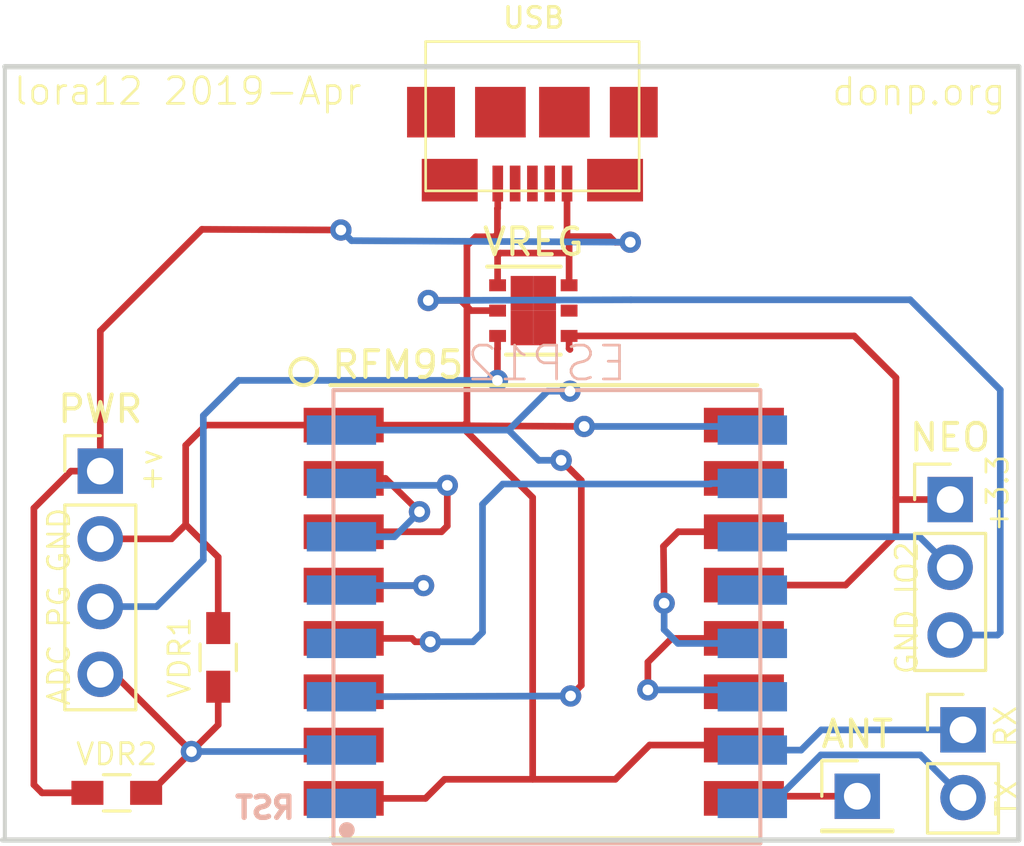
<source format=kicad_pcb>
(kicad_pcb (version 20171130) (host pcbnew 5.0.2-bee76a0~70~ubuntu18.04.1)

  (general
    (thickness 1.6)
    (drawings 16)
    (tracks 170)
    (zones 0)
    (modules 12)
    (nets 1)
  )

  (page A4)
  (layers
    (0 F.Cu signal)
    (31 B.Cu signal)
    (32 B.Adhes user)
    (33 F.Adhes user)
    (34 B.Paste user)
    (35 F.Paste user)
    (36 B.SilkS user)
    (37 F.SilkS user)
    (38 B.Mask user)
    (39 F.Mask user)
    (40 Dwgs.User user)
    (41 Cmts.User user)
    (42 Eco1.User user)
    (43 Eco2.User user)
    (44 Edge.Cuts user)
    (45 Margin user)
    (46 B.CrtYd user)
    (47 F.CrtYd user)
    (48 B.Fab user)
    (49 F.Fab user)
  )

  (setup
    (last_trace_width 0.25)
    (trace_clearance 0.2)
    (zone_clearance 0.508)
    (zone_45_only no)
    (trace_min 0.2)
    (segment_width 0.2)
    (edge_width 0.15)
    (via_size 0.8)
    (via_drill 0.4)
    (via_min_size 0.4)
    (via_min_drill 0.3)
    (uvia_size 0.3)
    (uvia_drill 0.1)
    (uvias_allowed no)
    (uvia_min_size 0.2)
    (uvia_min_drill 0.1)
    (pcb_text_width 0.3)
    (pcb_text_size 1.5 1.5)
    (mod_edge_width 0.15)
    (mod_text_size 1 1)
    (mod_text_width 0.15)
    (pad_size 2.6 1.1)
    (pad_drill 0)
    (pad_to_mask_clearance 0.2)
    (solder_mask_min_width 0.25)
    (aux_axis_origin 0 0)
    (visible_elements FFFFFF7F)
    (pcbplotparams
      (layerselection 0x010f0_ffffffff)
      (usegerberextensions false)
      (usegerberattributes false)
      (usegerberadvancedattributes false)
      (creategerberjobfile false)
      (excludeedgelayer true)
      (linewidth 0.150000)
      (plotframeref false)
      (viasonmask false)
      (mode 1)
      (useauxorigin false)
      (hpglpennumber 1)
      (hpglpenspeed 20)
      (hpglpendiameter 15.000000)
      (psnegative false)
      (psa4output false)
      (plotreference true)
      (plotvalue true)
      (plotinvisibletext false)
      (padsonsilk false)
      (subtractmaskfromsilk false)
      (outputformat 1)
      (mirror false)
      (drillshape 0)
      (scaleselection 1)
      (outputdirectory "/home/donp/osh"))
  )

  (net 0 "")

  (net_class Default "This is the default net class."
    (clearance 0.2)
    (trace_width 0.25)
    (via_dia 0.8)
    (via_drill 0.4)
    (uvia_dia 0.3)
    (uvia_drill 0.1)
  )

  (module Mounting_Holes:MountingHole_2.5mm (layer F.Cu) (tedit 5CAA6487) (tstamp 5CA8F413)
    (at 126 82.5)
    (descr "Mounting Hole 2.5mm, no annular")
    (tags "mounting hole 2.5mm no annular")
    (attr virtual)
    (fp_text reference REF** (at 0 -3.5) (layer F.SilkS) hide
      (effects (font (size 1 1) (thickness 0.15)))
    )
    (fp_text value MountingHole_2.5mm (at 0 3.5) (layer F.Fab) hide
      (effects (font (size 1 1) (thickness 0.15)))
    )
    (fp_circle (center 0 0) (end 2.75 0) (layer F.CrtYd) (width 0.05))
    (fp_circle (center 0 0) (end 2.5 0) (layer Cmts.User) (width 0.15))
    (fp_text user %R (at 0.3 0) (layer F.Fab)
      (effects (font (size 1 1) (thickness 0.15)))
    )
    (pad 1 np_thru_hole circle (at 0 0) (size 2.5 2.5) (drill 2.5) (layers *.Cu *.Mask))
  )

  (module Mounting_Holes:MountingHole_2.5mm (layer F.Cu) (tedit 5CAA648B) (tstamp 5CA8F3EF)
    (at 156 82.5)
    (descr "Mounting Hole 2.5mm, no annular")
    (tags "mounting hole 2.5mm no annular")
    (attr virtual)
    (fp_text reference REF** (at 0 -3.5) (layer F.SilkS) hide
      (effects (font (size 1 1) (thickness 0.15)))
    )
    (fp_text value MountingHole_2.5mm (at 0 3.5) (layer F.Fab) hide
      (effects (font (size 1 1) (thickness 0.15)))
    )
    (fp_text user %R (at 0.3 0) (layer F.Fab)
      (effects (font (size 1 1) (thickness 0.15)))
    )
    (fp_circle (center 0 0) (end 2.5 0) (layer Cmts.User) (width 0.15))
    (fp_circle (center 0 0) (end 2.75 0) (layer F.CrtYd) (width 0.05))
    (pad 1 np_thru_hole circle (at 0 0) (size 2.5 2.5) (drill 2.5) (layers *.Cu *.Mask))
  )

  (module open-project:MICRO-B_USB (layer F.Cu) (tedit 5CAA5E91) (tstamp 5CA89D6A)
    (at 141.77264 78.2574 180)
    (fp_text reference MICRO-B_USB (at 0 -5.842 180) (layer F.SilkS) hide
      (effects (font (size 0.762 0.762) (thickness 0.127)))
    )
    (fp_text value USB (at -0.05 2.09 180) (layer F.SilkS)
      (effects (font (size 0.762 0.762) (thickness 0.127)))
    )
    (fp_line (start -4.0005 1.00076) (end -4.0005 -4.39928) (layer F.SilkS) (width 0.09906))
    (fp_line (start 4.0005 1.19888) (end -4.0005 1.19888) (layer F.SilkS) (width 0.09906))
    (fp_line (start 4.0005 -4.39928) (end 4.0005 1.00076) (layer F.SilkS) (width 0.09906))
    (fp_line (start -4.0005 -4.39928) (end 4.0005 -4.39928) (layer F.SilkS) (width 0.09906))
    (fp_line (start 4.0005 1.00076) (end 4.0005 1.19888) (layer F.SilkS) (width 0.09906))
    (fp_line (start -4.0005 1.00076) (end -4.0005 1.19888) (layer F.SilkS) (width 0.09906))
    (pad "" smd rect (at -3.79984 -1.4478 180) (size 1.79578 1.89738) (layers F.Cu F.Paste F.Mask))
    (pad "" smd rect (at 3.0988 -3.99796 180) (size 2.0955 1.59766) (layers F.Cu F.Paste F.Mask))
    (pad GND smd rect (at 1.29794 -4.12496 180) (size 0.39878 1.3462) (layers F.Cu F.Paste F.Mask)
      (clearance 0.2032))
    (pad 4 smd rect (at 0.6477 -4.12496 180) (size 0.39878 1.3462) (layers F.Cu F.Paste F.Mask)
      (clearance 0.2032))
    (pad 3 smd rect (at 0 -4.12496 180) (size 0.39878 1.3462) (layers F.Cu F.Paste F.Mask)
      (clearance 0.2032))
    (pad 2 smd rect (at -0.6477 -4.12496 180) (size 0.39878 1.3462) (layers F.Cu F.Paste F.Mask)
      (clearance 0.2032))
    (pad +5 smd rect (at -1.29794 -4.12496 180) (size 0.39878 1.3462) (layers F.Cu F.Paste F.Mask)
      (clearance 0.2032))
    (pad "" smd rect (at -3.0988 -3.99796 180) (size 2.0955 1.59766) (layers F.Cu F.Paste F.Mask))
    (pad "" smd rect (at 3.79984 -1.4478 180) (size 1.79578 1.89738) (layers F.Cu F.Paste F.Mask))
    (pad "" smd rect (at 1.19888 -1.4478 180) (size 1.89992 1.89738) (layers F.Cu F.Paste F.Mask))
    (pad "" smd rect (at -1.19888 -1.4478 180) (size 1.89738 1.89738) (layers F.Cu F.Paste F.Mask))
  )

  (module Housings_DFN_QFN:DFN-6-1EP_3x3mm_Pitch0.95mm (layer F.Cu) (tedit 5CA7AF9C) (tstamp 5CA8E9D4)
    (at 141.8082 87.1474)
    (descr "DFN6 3*3 MM, 0.95 PITCH; CASE 506AH-01 (see ON Semiconductor 506AH.PDF)")
    (tags "DFN 0.95")
    (attr smd)
    (fp_text reference VREG (at 0 -2.575) (layer F.SilkS)
      (effects (font (size 1 1) (thickness 0.15)))
    )
    (fp_text value DFN-6-1EP_3x3mm_Pitch0.95mm (at 0 2.575) (layer F.Fab) hide
      (effects (font (size 1 1) (thickness 0.15)))
    )
    (fp_line (start -0.5 -1.5) (end 1.5 -1.5) (layer F.Fab) (width 0.15))
    (fp_line (start 1.5 -1.5) (end 1.5 1.5) (layer F.Fab) (width 0.15))
    (fp_line (start 1.5 1.5) (end -1.5 1.5) (layer F.Fab) (width 0.15))
    (fp_line (start -1.5 1.5) (end -1.5 -0.5) (layer F.Fab) (width 0.15))
    (fp_line (start -1.5 -0.5) (end -0.5 -1.5) (layer F.Fab) (width 0.15))
    (fp_line (start -1.9 -1.85) (end -1.9 1.85) (layer F.CrtYd) (width 0.05))
    (fp_line (start 1.9 -1.85) (end 1.9 1.85) (layer F.CrtYd) (width 0.05))
    (fp_line (start -1.9 -1.85) (end 1.9 -1.85) (layer F.CrtYd) (width 0.05))
    (fp_line (start -1.9 1.85) (end 1.9 1.85) (layer F.CrtYd) (width 0.05))
    (fp_line (start -1.025 1.65) (end 1.025 1.65) (layer F.SilkS) (width 0.15))
    (fp_line (start -1.73 -1.65) (end 1.025 -1.65) (layer F.SilkS) (width 0.15))
    (pad EN smd rect (at -1.34 -0.95) (size 0.63 0.45) (layers F.Cu F.Paste F.Mask))
    (pad GND smd rect (at -1.34 0) (size 0.63 0.45) (layers F.Cu F.Paste F.Mask))
    (pad PG smd rect (at -1.34 0.95) (size 0.63 0.45) (layers F.Cu F.Paste F.Mask))
    (pad VOUT smd rect (at 1.34 0.95) (size 0.63 0.45) (layers F.Cu F.Paste F.Mask))
    (pad 5 smd rect (at 1.34 0) (size 0.63 0.45) (layers F.Cu F.Paste F.Mask))
    (pad VIN smd rect (at 1.34 -0.95) (size 0.63 0.45) (layers F.Cu F.Paste F.Mask))
    (pad 7 smd rect (at 0.425 0.65) (size 0.85 1.3) (layers F.Cu F.Paste F.Mask)
      (solder_paste_margin_ratio -0.2))
    (pad 7 smd rect (at 0.425 -0.65) (size 0.85 1.3) (layers F.Cu F.Paste F.Mask)
      (solder_paste_margin_ratio -0.2))
    (pad 7 smd rect (at -0.425 0.65) (size 0.85 1.3) (layers F.Cu F.Paste F.Mask)
      (solder_paste_margin_ratio -0.2))
    (pad 7 smd rect (at -0.425 -0.65) (size 0.85 1.3) (layers F.Cu F.Paste F.Mask)
      (solder_paste_margin_ratio -0.2))
    (model ${KISYS3DMOD}/Housings_DFN_QFN.3dshapes/DFN-6-1EP_3x3mm_Pitch0.95mm.wrl
      (at (xyz 0 0 0))
      (scale (xyz 1 1 1))
      (rotate (xyz 0 0 0))
    )
  )

  (module Pin_Headers:Pin_Header_Straight_1x04_Pitch2.54mm (layer F.Cu) (tedit 5CAA778A) (tstamp 5CA8EB40)
    (at 125.5776 93.1672)
    (descr "Through hole straight pin header, 1x04, 2.54mm pitch, single row")
    (tags "Through hole pin header THT 1x04 2.54mm single row")
    (fp_text reference PWR (at 0 -2.33) (layer F.SilkS)
      (effects (font (size 1 1) (thickness 0.15)))
    )
    (fp_text value Pin_Header_Straight_1x04_Pitch2.54mm (at 0 9.95) (layer F.Fab) hide
      (effects (font (size 1 1) (thickness 0.15)))
    )
    (fp_line (start -0.635 -1.27) (end 1.27 -1.27) (layer F.Fab) (width 0.1))
    (fp_line (start 1.27 -1.27) (end 1.27 8.89) (layer F.Fab) (width 0.1))
    (fp_line (start 1.27 8.89) (end -1.27 8.89) (layer F.Fab) (width 0.1))
    (fp_line (start -1.27 8.89) (end -1.27 -0.635) (layer F.Fab) (width 0.1))
    (fp_line (start -1.27 -0.635) (end -0.635 -1.27) (layer F.Fab) (width 0.1))
    (fp_line (start -1.33 8.95) (end 1.33 8.95) (layer F.SilkS) (width 0.12))
    (fp_line (start -1.33 1.27) (end -1.33 8.95) (layer F.SilkS) (width 0.12))
    (fp_line (start 1.33 1.27) (end 1.33 8.95) (layer F.SilkS) (width 0.12))
    (fp_line (start -1.33 1.27) (end 1.33 1.27) (layer F.SilkS) (width 0.12))
    (fp_line (start -1.33 0) (end -1.33 -1.33) (layer F.SilkS) (width 0.12))
    (fp_line (start -1.33 -1.33) (end 0 -1.33) (layer F.SilkS) (width 0.12))
    (fp_line (start -1.8 -1.8) (end -1.8 9.4) (layer F.CrtYd) (width 0.05))
    (fp_line (start -1.8 9.4) (end 1.8 9.4) (layer F.CrtYd) (width 0.05))
    (fp_line (start 1.8 9.4) (end 1.8 -1.8) (layer F.CrtYd) (width 0.05))
    (fp_line (start 1.8 -1.8) (end -1.8 -1.8) (layer F.CrtYd) (width 0.05))
    (fp_text user %R (at 0 3.81 90) (layer F.Fab)
      (effects (font (size 1 1) (thickness 0.15)))
    )
    (pad +v thru_hole rect (at 0 0) (size 1.7 1.7) (drill 1) (layers *.Cu *.Mask))
    (pad GND thru_hole oval (at 0 2.54) (size 1.7 1.7) (drill 1) (layers *.Cu *.Mask))
    (pad TX thru_hole oval (at 0 5.08) (size 1.7 1.7) (drill 1) (layers *.Cu *.Mask))
    (pad RX thru_hole oval (at 0 7.62) (size 1.7 1.7) (drill 1) (layers *.Cu *.Mask))
    (model ${KISYS3DMOD}/Pin_Headers.3dshapes/Pin_Header_Straight_1x04_Pitch2.54mm.wrl
      (at (xyz 0 0 0))
      (scale (xyz 1 1 1))
      (rotate (xyz 0 0 0))
    )
  )

  (module RFM9X:RFM9X-SMD (layer F.Cu) (tedit 5CAA604E) (tstamp 5CAAD0F6)
    (at 142.1996 98.44)
    (fp_text reference RFM95 (at -5.4714 -9.2606) (layer F.SilkS)
      (effects (font (size 1 1) (thickness 0.15)))
    )
    (fp_text value RFM9X (at 0 7) (layer F.Fab)
      (effects (font (size 1 1) (thickness 0.15)))
    )
    (fp_line (start 8 -8) (end 8 8) (layer F.Fab) (width 0.15))
    (fp_line (start -8 8) (end 8 8) (layer F.Fab) (width 0.15))
    (fp_line (start -8 -8) (end 8 -8) (layer F.Fab) (width 0.15))
    (fp_line (start -8 -8) (end -8 8) (layer F.Fab) (width 0.15))
    (fp_line (start -5 -5.5) (end 1 -5.5) (layer F.Fab) (width 0.15))
    (fp_line (start 1 -5.5) (end 1 0.5) (layer F.Fab) (width 0.15))
    (fp_line (start 1 0.5) (end -5 0.5) (layer F.Fab) (width 0.15))
    (fp_line (start -5 0.5) (end -5 -5.5) (layer F.Fab) (width 0.15))
    (fp_line (start 2 -7) (end 4.5 -7) (layer F.Fab) (width 0.15))
    (fp_line (start 4.5 -7) (end 4.5 -3.5) (layer F.Fab) (width 0.15))
    (fp_line (start 4.5 -3.5) (end 2 -3.5) (layer F.Fab) (width 0.15))
    (fp_line (start 2 -3.5) (end 2 -7) (layer F.Fab) (width 0.15))
    (fp_line (start -8 -8.5) (end 8 -8.5) (layer F.SilkS) (width 0.15))
    (fp_line (start -8 8.5) (end 8 8.5) (layer F.SilkS) (width 0.15))
    (fp_circle (center -9 -9) (end -9 -8.5) (layer F.SilkS) (width 0.15))
    (pad ANT smd rect (at 7 7) (size 3 1.3) (drill (offset 0.5 0)) (layers F.Cu F.Paste F.Mask))
    (pad GND smd rect (at 7 5) (size 3 1.3) (drill (offset 0.5 0)) (layers F.Cu F.Paste F.Mask))
    (pad DIO3 smd rect (at 7 3) (size 3 1.3) (drill (offset 0.5 0)) (layers F.Cu F.Paste F.Mask))
    (pad DIO4 smd rect (at 7 1) (size 3 1.3) (drill (offset 0.5 0)) (layers F.Cu F.Paste F.Mask))
    (pad 3.3V smd rect (at 7 -1) (size 3 1.3) (drill (offset 0.5 0)) (layers F.Cu F.Paste F.Mask))
    (pad DIO0 smd rect (at 7 -3) (size 3 1.3) (drill (offset 0.5 0)) (layers F.Cu F.Paste F.Mask))
    (pad DIO1 smd rect (at 7 -5) (size 3 1.3) (drill (offset 0.5 0)) (layers F.Cu F.Paste F.Mask))
    (pad GND smd rect (at -7 7) (size 3 1.3) (drill (offset -0.5 0)) (layers F.Cu F.Paste F.Mask))
    (pad DIO5 smd rect (at -7 5) (size 3 1.3) (drill (offset -0.5 0)) (layers F.Cu F.Paste F.Mask))
    (pad RESET smd rect (at -7 3) (size 3 1.3) (drill (offset -0.5 0)) (layers F.Cu F.Paste F.Mask))
    (pad NSS smd rect (at -7 1) (size 3 1.3) (drill (offset -0.5 0)) (layers F.Cu F.Paste F.Mask))
    (pad SCK smd rect (at -7 -1) (size 3 1.3) (drill (offset -0.5 0)) (layers F.Cu F.Paste F.Mask))
    (pad MOSI smd rect (at -7 -3) (size 3 1.3) (drill (offset -0.5 0)) (layers F.Cu F.Paste F.Mask))
    (pad MISO smd rect (at -7 -5) (size 3 1.3) (drill (offset -0.5 0)) (layers F.Cu F.Paste F.Mask))
    (pad DIO2 smd rect (at 7 -7) (size 3 1.3) (drill (offset 0.5 0)) (layers F.Cu F.Paste F.Mask))
    (pad GND smd rect (at -7 -7) (size 3 1.3) (drill (offset -0.5 0)) (layers F.Cu F.Paste F.Mask))
  )

  (module Pin_Headers:Pin_Header_Straight_1x03_Pitch2.54mm (layer F.Cu) (tedit 5CAA62CF) (tstamp 5CABE1D4)
    (at 157.4292 94.234)
    (descr "Through hole straight pin header, 1x03, 2.54mm pitch, single row")
    (tags "Through hole pin header THT 1x03 2.54mm single row")
    (fp_text reference NEO (at 0 -2.33) (layer F.SilkS)
      (effects (font (size 1 1) (thickness 0.15)))
    )
    (fp_text value Pin_Header_Straight_1x03_Pitch2.54mm (at 0 7.41) (layer F.Fab) hide
      (effects (font (size 1 1) (thickness 0.15)))
    )
    (fp_line (start -0.635 -1.27) (end 1.27 -1.27) (layer F.Fab) (width 0.1))
    (fp_line (start 1.27 -1.27) (end 1.27 6.35) (layer F.Fab) (width 0.1))
    (fp_line (start 1.27 6.35) (end -1.27 6.35) (layer F.Fab) (width 0.1))
    (fp_line (start -1.27 6.35) (end -1.27 -0.635) (layer F.Fab) (width 0.1))
    (fp_line (start -1.27 -0.635) (end -0.635 -1.27) (layer F.Fab) (width 0.1))
    (fp_line (start -1.33 6.41) (end 1.33 6.41) (layer F.SilkS) (width 0.12))
    (fp_line (start -1.33 1.27) (end -1.33 6.41) (layer F.SilkS) (width 0.12))
    (fp_line (start 1.33 1.27) (end 1.33 6.41) (layer F.SilkS) (width 0.12))
    (fp_line (start -1.33 1.27) (end 1.33 1.27) (layer F.SilkS) (width 0.12))
    (fp_line (start -1.33 0) (end -1.33 -1.33) (layer F.SilkS) (width 0.12))
    (fp_line (start -1.33 -1.33) (end 0 -1.33) (layer F.SilkS) (width 0.12))
    (fp_line (start -1.8 -1.8) (end -1.8 6.85) (layer F.CrtYd) (width 0.05))
    (fp_line (start -1.8 6.85) (end 1.8 6.85) (layer F.CrtYd) (width 0.05))
    (fp_line (start 1.8 6.85) (end 1.8 -1.8) (layer F.CrtYd) (width 0.05))
    (fp_line (start 1.8 -1.8) (end -1.8 -1.8) (layer F.CrtYd) (width 0.05))
    (fp_text user %R (at 0 2.54 90) (layer F.Fab)
      (effects (font (size 1 1) (thickness 0.15)))
    )
    (pad +3.3 thru_hole rect (at 0 0) (size 1.7 1.7) (drill 1) (layers *.Cu *.Mask))
    (pad 2 thru_hole oval (at 0 2.54) (size 1.7 1.7) (drill 1) (layers *.Cu *.Mask))
    (pad GND thru_hole oval (at 0 5.08) (size 1.7 1.7) (drill 1) (layers *.Cu *.Mask))
    (model ${KISYS3DMOD}/Pin_Headers.3dshapes/Pin_Header_Straight_1x03_Pitch2.54mm.wrl
      (at (xyz 0 0 0))
      (scale (xyz 1 1 1))
      (rotate (xyz 0 0 0))
    )
  )

  (module Pin_Headers:Pin_Header_Straight_1x01_Pitch2.54mm (layer F.Cu) (tedit 5CAA618B) (tstamp 5CACE883)
    (at 153.9494 105.3592)
    (descr "Through hole straight pin header, 1x01, 2.54mm pitch, single row")
    (tags "Through hole pin header THT 1x01 2.54mm single row")
    (fp_text reference ANT (at 0 -2.33) (layer F.SilkS)
      (effects (font (size 1 1) (thickness 0.15)))
    )
    (fp_text value Pin_Header_Straight_1x01_Pitch2.54mm (at 0 2.33) (layer F.Fab) hide
      (effects (font (size 1 1) (thickness 0.15)))
    )
    (fp_line (start -0.635 -1.27) (end 1.27 -1.27) (layer F.Fab) (width 0.1))
    (fp_line (start 1.27 -1.27) (end 1.27 1.27) (layer F.Fab) (width 0.1))
    (fp_line (start 1.27 1.27) (end -1.27 1.27) (layer F.Fab) (width 0.1))
    (fp_line (start -1.27 1.27) (end -1.27 -0.635) (layer F.Fab) (width 0.1))
    (fp_line (start -1.27 -0.635) (end -0.635 -1.27) (layer F.Fab) (width 0.1))
    (fp_line (start -1.33 1.33) (end 1.33 1.33) (layer F.SilkS) (width 0.12))
    (fp_line (start -1.33 1.27) (end -1.33 1.33) (layer F.SilkS) (width 0.12))
    (fp_line (start 1.33 1.27) (end 1.33 1.33) (layer F.SilkS) (width 0.12))
    (fp_line (start -1.33 1.27) (end 1.33 1.27) (layer F.SilkS) (width 0.12))
    (fp_line (start -1.33 0) (end -1.33 -1.33) (layer F.SilkS) (width 0.12))
    (fp_line (start -1.33 -1.33) (end 0 -1.33) (layer F.SilkS) (width 0.12))
    (fp_line (start -1.8 -1.8) (end -1.8 1.8) (layer F.CrtYd) (width 0.05))
    (fp_line (start -1.8 1.8) (end 1.8 1.8) (layer F.CrtYd) (width 0.05))
    (fp_line (start 1.8 1.8) (end 1.8 -1.8) (layer F.CrtYd) (width 0.05))
    (fp_line (start 1.8 -1.8) (end -1.8 -1.8) (layer F.CrtYd) (width 0.05))
    (fp_text user %R (at 0 0 90) (layer F.Fab)
      (effects (font (size 1 1) (thickness 0.15)))
    )
    (pad 1 thru_hole rect (at 0 0) (size 1.7 1.7) (drill 1) (layers *.Cu *.Mask))
    (model ${KISYS3DMOD}/Pin_Headers.3dshapes/Pin_Header_Straight_1x01_Pitch2.54mm.wrl
      (at (xyz 0 0 0))
      (scale (xyz 1 1 1))
      (rotate (xyz 0 0 0))
    )
  )

  (module kicad-ESP8266:ESP-07S (layer B.Cu) (tedit 5CAA7415) (tstamp 5CACE23F)
    (at 142.3162 98.6282)
    (descr "Module, ESP-8266, ESP-07S, 14 pad, SMD")
    (tags "Module ESP-8266 ESP8266")
    (attr smd)
    (fp_text reference >NAME (at 0 9.5) (layer B.SilkS) hide
      (effects (font (size 1.27 1.27) (thickness 0.1016)) (justify mirror))
    )
    (fp_text value ESP12 (at 0 -9.5) (layer B.SilkS)
      (effects (font (size 1.27 1.27) (thickness 0.1016)) (justify mirror))
    )
    (fp_line (start -8 8.5) (end 8 8.5) (layer B.SilkS) (width 0.15))
    (fp_line (start -8 -8.5) (end -8 8.5) (layer B.SilkS) (width 0.15))
    (fp_line (start 8 -8.5) (end -8 -8.5) (layer B.SilkS) (width 0.15))
    (fp_line (start 8 8.5) (end 8 -8.5) (layer B.SilkS) (width 0.15))
    (fp_circle (center -7.5 8) (end -7.4 8) (layer B.SilkS) (width 0.15))
    (fp_circle (center -7.5 8) (end -7.3 8.1) (layer B.SilkS) (width 0.15))
    (fp_circle (center -7.6 8) (end -7.5 8) (layer B.SilkS) (width 0.15))
    (pad TX smd rect (at 7.7 7) (size 2.6 1.1) (layers B.Cu B.Paste B.Mask))
    (pad RX smd rect (at 7.7 5) (size 2.6 1.1) (layers B.Cu B.Paste B.Mask))
    (pad IO5 smd rect (at 7.7 3) (size 2.6 1.1) (layers B.Cu B.Paste B.Mask))
    (pad IO4 smd rect (at 7.7 1) (size 2.6 1.1) (layers B.Cu B.Paste B.Mask))
    (pad IO0 smd rect (at 7.7 -1) (size 2.6 1.1) (layers B.Cu B.Paste B.Mask))
    (pad IO2 smd rect (at 7.7 -3) (size 2.6 1.1) (layers B.Cu B.Paste B.Mask))
    (pad IO15 smd rect (at 7.7 -5) (size 2.6 1.1) (layers B.Cu B.Paste B.Mask))
    (pad GND smd rect (at 7.7 -7) (size 2.6 1.1) (layers B.Cu B.Paste B.Mask))
    (pad VCC smd rect (at -7.7 -7) (size 2.6 1.1) (layers B.Cu B.Paste B.Mask))
    (pad IO13 smd rect (at -7.7 -5) (size 2.6 1.1) (layers B.Cu B.Paste B.Mask))
    (pad IO12 smd rect (at -7.7 -3) (size 2.6 1.1) (layers B.Cu B.Paste B.Mask))
    (pad IO14 smd rect (at -7.7 -1) (size 2.6 1.1) (layers B.Cu B.Paste B.Mask))
    (pad IO16 smd rect (at -7.7 1) (size 2.6 1.1) (layers B.Cu B.Paste B.Mask))
    (pad EN smd rect (at -7.7 3) (size 2.6 1.1) (layers B.Cu B.Paste B.Mask))
    (pad ADC smd rect (at -7.7 5) (size 2.6 1.1) (layers B.Cu B.Paste B.Mask))
    (pad RST smd rect (at -7.7 7) (size 2.6 1.1) (layers B.Cu B.Paste B.Mask))
  )

  (module Pin_Headers:Pin_Header_Straight_1x02_Pitch2.54mm (layer F.Cu) (tedit 5CAA7464) (tstamp 5CAD34FC)
    (at 157.9118 102.87)
    (descr "Through hole straight pin header, 1x02, 2.54mm pitch, single row")
    (tags "Through hole pin header THT 1x02 2.54mm single row")
    (fp_text reference REF** (at 0 -2.33) (layer F.SilkS) hide
      (effects (font (size 1 1) (thickness 0.15)))
    )
    (fp_text value Pin_Header_Straight_1x02_Pitch2.54mm (at 0 4.87) (layer F.Fab) hide
      (effects (font (size 1 1) (thickness 0.15)))
    )
    (fp_line (start -0.635 -1.27) (end 1.27 -1.27) (layer F.Fab) (width 0.1))
    (fp_line (start 1.27 -1.27) (end 1.27 3.81) (layer F.Fab) (width 0.1))
    (fp_line (start 1.27 3.81) (end -1.27 3.81) (layer F.Fab) (width 0.1))
    (fp_line (start -1.27 3.81) (end -1.27 -0.635) (layer F.Fab) (width 0.1))
    (fp_line (start -1.27 -0.635) (end -0.635 -1.27) (layer F.Fab) (width 0.1))
    (fp_line (start -1.33 3.87) (end 1.33 3.87) (layer F.SilkS) (width 0.12))
    (fp_line (start -1.33 1.27) (end -1.33 3.87) (layer F.SilkS) (width 0.12))
    (fp_line (start 1.33 1.27) (end 1.33 3.87) (layer F.SilkS) (width 0.12))
    (fp_line (start -1.33 1.27) (end 1.33 1.27) (layer F.SilkS) (width 0.12))
    (fp_line (start -1.33 0) (end -1.33 -1.33) (layer F.SilkS) (width 0.12))
    (fp_line (start -1.33 -1.33) (end 0 -1.33) (layer F.SilkS) (width 0.12))
    (fp_line (start -1.8 -1.8) (end -1.8 4.35) (layer F.CrtYd) (width 0.05))
    (fp_line (start -1.8 4.35) (end 1.8 4.35) (layer F.CrtYd) (width 0.05))
    (fp_line (start 1.8 4.35) (end 1.8 -1.8) (layer F.CrtYd) (width 0.05))
    (fp_line (start 1.8 -1.8) (end -1.8 -1.8) (layer F.CrtYd) (width 0.05))
    (fp_text user %R (at 0 1.27 90) (layer F.Fab)
      (effects (font (size 1 1) (thickness 0.15)))
    )
    (pad 1 thru_hole rect (at 0 0) (size 1.7 1.7) (drill 1) (layers *.Cu *.Mask))
    (pad 2 thru_hole oval (at 0 2.54) (size 1.7 1.7) (drill 1) (layers *.Cu *.Mask))
    (model ${KISYS3DMOD}/Pin_Headers.3dshapes/Pin_Header_Straight_1x02_Pitch2.54mm.wrl
      (at (xyz 0 0 0))
      (scale (xyz 1 1 1))
      (rotate (xyz 0 0 0))
    )
  )

  (module Resistors_SMD:R_0603_HandSoldering (layer F.Cu) (tedit 5CAA7056) (tstamp 5CAD82FB)
    (at 126.195 105.2322)
    (descr "Resistor SMD 0603, hand soldering")
    (tags "resistor 0603")
    (attr smd)
    (fp_text reference VDR2 (at 0 -1.45) (layer F.SilkS)
      (effects (font (size 0.8 0.8) (thickness 0.1)))
    )
    (fp_text value R_0603_HandSoldering (at 0 1.55) (layer F.Fab) hide
      (effects (font (size 1 1) (thickness 0.15)))
    )
    (fp_text user %R (at 0 0) (layer F.Fab)
      (effects (font (size 0.4 0.4) (thickness 0.075)))
    )
    (fp_line (start -0.8 0.4) (end -0.8 -0.4) (layer F.Fab) (width 0.1))
    (fp_line (start 0.8 0.4) (end -0.8 0.4) (layer F.Fab) (width 0.1))
    (fp_line (start 0.8 -0.4) (end 0.8 0.4) (layer F.Fab) (width 0.1))
    (fp_line (start -0.8 -0.4) (end 0.8 -0.4) (layer F.Fab) (width 0.1))
    (fp_line (start 0.5 0.68) (end -0.5 0.68) (layer F.SilkS) (width 0.12))
    (fp_line (start -0.5 -0.68) (end 0.5 -0.68) (layer F.SilkS) (width 0.12))
    (fp_line (start -1.96 -0.7) (end 1.95 -0.7) (layer F.CrtYd) (width 0.05))
    (fp_line (start -1.96 -0.7) (end -1.96 0.7) (layer F.CrtYd) (width 0.05))
    (fp_line (start 1.95 0.7) (end 1.95 -0.7) (layer F.CrtYd) (width 0.05))
    (fp_line (start 1.95 0.7) (end -1.96 0.7) (layer F.CrtYd) (width 0.05))
    (pad 1 smd rect (at -1.1 0) (size 1.2 0.9) (layers F.Cu F.Paste F.Mask))
    (pad 2 smd rect (at 1.1 0) (size 1.2 0.9) (layers F.Cu F.Paste F.Mask))
    (model ${KISYS3DMOD}/Resistors_SMD.3dshapes/R_0603.wrl
      (at (xyz 0 0 0))
      (scale (xyz 1 1 1))
      (rotate (xyz 0 0 0))
    )
  )

  (module Resistors_SMD:R_0603_HandSoldering (layer F.Cu) (tedit 5CAA704F) (tstamp 5CAD843B)
    (at 129.9972 100.1522 90)
    (descr "Resistor SMD 0603, hand soldering")
    (tags "resistor 0603")
    (attr smd)
    (fp_text reference VDR1 (at 0 -1.45 90) (layer F.SilkS)
      (effects (font (size 0.8 0.8) (thickness 0.1)))
    )
    (fp_text value R_0603_HandSoldering (at 0 1.55 90) (layer F.Fab) hide
      (effects (font (size 1 1) (thickness 0.15)))
    )
    (fp_text user %R (at 0 0 90) (layer F.Fab)
      (effects (font (size 0.4 0.4) (thickness 0.075)))
    )
    (fp_line (start -0.8 0.4) (end -0.8 -0.4) (layer F.Fab) (width 0.1))
    (fp_line (start 0.8 0.4) (end -0.8 0.4) (layer F.Fab) (width 0.1))
    (fp_line (start 0.8 -0.4) (end 0.8 0.4) (layer F.Fab) (width 0.1))
    (fp_line (start -0.8 -0.4) (end 0.8 -0.4) (layer F.Fab) (width 0.1))
    (fp_line (start 0.5 0.68) (end -0.5 0.68) (layer F.SilkS) (width 0.12))
    (fp_line (start -0.5 -0.68) (end 0.5 -0.68) (layer F.SilkS) (width 0.12))
    (fp_line (start -1.96 -0.7) (end 1.95 -0.7) (layer F.CrtYd) (width 0.05))
    (fp_line (start -1.96 -0.7) (end -1.96 0.7) (layer F.CrtYd) (width 0.05))
    (fp_line (start 1.95 0.7) (end 1.95 -0.7) (layer F.CrtYd) (width 0.05))
    (fp_line (start 1.95 0.7) (end -1.96 0.7) (layer F.CrtYd) (width 0.05))
    (pad 1 smd rect (at -1.1 0 90) (size 1.2 0.9) (layers F.Cu F.Paste F.Mask))
    (pad 2 smd rect (at 1.1 0 90) (size 1.2 0.9) (layers F.Cu F.Paste F.Mask))
    (model ${KISYS3DMOD}/Resistors_SMD.3dshapes/R_0603.wrl
      (at (xyz 0 0 0))
      (scale (xyz 1 1 1))
      (rotate (xyz 0 0 0))
    )
  )

  (gr_text "lora12 2019-Apr" (at 128.8542 78.9178) (layer F.SilkS)
    (effects (font (size 1 1) (thickness 0.1)))
  )
  (gr_text "donp.org\n" (at 156.2608 78.9432) (layer F.SilkS)
    (effects (font (size 1 1) (thickness 0.1)))
  )
  (gr_text +3.3 (at 159.2072 94.0054 90) (layer F.SilkS) (tstamp 5CAD866F)
    (effects (font (size 0.8 0.8) (thickness 0.1)))
  )
  (gr_text PG (at 124.0282 98.2472 90) (layer F.SilkS) (tstamp 5CAD866F)
    (effects (font (size 0.8 0.8) (thickness 0.1)))
  )
  (gr_text ADC (at 124.0282 100.8126 90) (layer F.SilkS) (tstamp 5CAD866F)
    (effects (font (size 0.8 0.8) (thickness 0.1)))
  )
  (gr_text +v (at 127.4826 93.1418 90) (layer F.SilkS) (tstamp 5CAD866F)
    (effects (font (size 0.8 0.8) (thickness 0.1)))
  )
  (gr_text GND (at 124.0282 95.758 90) (layer F.SilkS) (tstamp 5CAD866F)
    (effects (font (size 0.8 0.8) (thickness 0.1)))
  )
  (gr_text IO2 (at 155.8036 96.7994 90) (layer F.SilkS) (tstamp 5CAD866F)
    (effects (font (size 0.8 0.8) (thickness 0.1)))
  )
  (gr_text GND (at 155.8036 99.568 90) (layer F.SilkS) (tstamp 5CAD866F)
    (effects (font (size 0.8 0.8) (thickness 0.1)))
  )
  (gr_text TX (at 159.5628 105.4354 90) (layer F.SilkS) (tstamp 5CAD8611)
    (effects (font (size 0.8 0.8) (thickness 0.1)))
  )
  (gr_text RX (at 159.512 102.743 90) (layer F.SilkS)
    (effects (font (size 0.8 0.8) (thickness 0.1)))
  )
  (gr_text RST (at 131.7498 105.791) (layer B.SilkS)
    (effects (font (size 0.8 0.8) (thickness 0.2)) (justify mirror))
  )
  (gr_line (start 122 78.0008) (end 122 107) (layer Edge.Cuts) (width 0.15))
  (gr_line (start 121.9184 107) (end 159.9184 107) (layer Edge.Cuts) (width 0.2) (tstamp 5CA8F3D7))
  (gr_line (start 160 78) (end 160 107) (layer Edge.Cuts) (width 0.2) (tstamp 5CA89E1B))
  (gr_line (start 122 78) (end 160 78) (layer Edge.Cuts) (width 0.2))

  (segment (start 143.07058 82.38236) (end 143.07058 84.37118) (width 0.25) (layer F.Cu) (net 0))
  (segment (start 143.07058 84.37118) (end 143.1482 84.4488) (width 0.25) (layer F.Cu) (net 0))
  (segment (start 143.1482 84.9884) (end 140.5636 84.9884) (width 0.25) (layer F.Cu) (net 0))
  (segment (start 143.1482 84.9884) (end 143.1482 86.1974) (width 0.25) (layer F.Cu) (net 0))
  (segment (start 143.1482 84.4488) (end 143.1482 84.9884) (width 0.25) (layer F.Cu) (net 0))
  (segment (start 140.4682 85.0838) (end 140.4682 86.1974) (width 0.25) (layer F.Cu) (net 0))
  (segment (start 140.5636 84.9884) (end 140.4682 85.0838) (width 0.25) (layer F.Cu) (net 0))
  (segment (start 140.4747 83.30546) (end 140.462 83.31816) (width 0.25) (layer F.Cu) (net 0))
  (segment (start 140.4747 82.38236) (end 140.4747 83.30546) (width 0.25) (layer F.Cu) (net 0))
  (segment (start 140.462 83.31816) (end 140.462 84.2772) (width 0.25) (layer F.Cu) (net 0))
  (segment (start 140.462 84.2772) (end 140.3604 84.3788) (width 0.25) (layer F.Cu) (net 0))
  (segment (start 140.3604 84.3788) (end 139.6492 84.3788) (width 0.25) (layer F.Cu) (net 0))
  (segment (start 139.6492 84.3788) (end 139.319 84.709) (width 0.25) (layer F.Cu) (net 0))
  (segment (start 139.319 84.709) (end 139.319 86.995) (width 0.25) (layer F.Cu) (net 0))
  (segment (start 139.4714 87.1474) (end 140.4682 87.1474) (width 0.25) (layer F.Cu) (net 0))
  (segment (start 139.319 86.995) (end 139.4714 87.1474) (width 0.25) (layer F.Cu) (net 0))
  (segment (start 143.1482 88.0974) (end 153.8326 88.0974) (width 0.25) (layer F.Cu) (net 0))
  (segment (start 153.8326 88.0974) (end 155.3972 89.662) (width 0.25) (layer F.Cu) (net 0))
  (segment (start 153.512 97.44) (end 149.1996 97.44) (width 0.25) (layer F.Cu) (net 0))
  (segment (start 155.3972 95.5548) (end 153.512 97.44) (width 0.25) (layer F.Cu) (net 0))
  (segment (start 155.4734 94.234) (end 157.4292 94.234) (width 0.25) (layer F.Cu) (net 0))
  (segment (start 155.3972 94.1578) (end 155.4734 94.234) (width 0.25) (layer F.Cu) (net 0))
  (segment (start 155.3972 94.1578) (end 155.3972 95.5548) (width 0.25) (layer F.Cu) (net 0))
  (segment (start 155.3972 89.662) (end 155.3972 94.1578) (width 0.25) (layer F.Cu) (net 0))
  (segment (start 139.319 86.995) (end 139.319 91.3384) (width 0.25) (layer F.Cu) (net 0))
  (segment (start 139.2174 91.44) (end 135.1996 91.44) (width 0.25) (layer F.Cu) (net 0))
  (segment (start 139.319 91.3384) (end 139.2174 91.44) (width 0.25) (layer F.Cu) (net 0))
  (segment (start 137.765 105.44) (end 135.1996 105.44) (width 0.25) (layer F.Cu) (net 0))
  (segment (start 138.4808 104.7242) (end 137.765 105.44) (width 0.25) (layer F.Cu) (net 0))
  (segment (start 146.1658 103.44) (end 149.1996 103.44) (width 0.25) (layer F.Cu) (net 0))
  (segment (start 144.8816 104.7242) (end 146.1658 103.44) (width 0.25) (layer F.Cu) (net 0))
  (segment (start 149.1996 105.44) (end 149.3058 105.3338) (width 0.25) (layer F.Cu) (net 0))
  (segment (start 139.319 91.4654) (end 143.7132 91.4908) (width 0.25) (layer F.Cu) (net 0))
  (segment (start 139.319 91.3384) (end 139.319 91.4654) (width 0.25) (layer F.Cu) (net 0))
  (segment (start 143.7132 91.4908) (end 143.6878 91.4654) (width 0.25) (layer F.Cu) (net 0) (tstamp 5CACE84E))
  (via (at 143.7132 91.4908) (size 0.8) (drill 0.4) (layers F.Cu B.Cu) (net 0))
  (segment (start 149.8788 91.4908) (end 150.0162 91.6282) (width 0.25) (layer B.Cu) (net 0))
  (segment (start 143.7132 91.4908) (end 149.8788 91.4908) (width 0.25) (layer B.Cu) (net 0))
  (segment (start 143.1482 88.5724) (end 143.1798 88.604) (width 0.25) (layer F.Cu) (net 0))
  (segment (start 143.1482 88.0974) (end 143.1482 88.5724) (width 0.25) (layer F.Cu) (net 0))
  (via (at 143.1798 90.17) (size 0.8) (drill 0.4) (layers F.Cu B.Cu) (net 0))
  (segment (start 143.1798 90.17) (end 142.3416 90.17) (width 0.25) (layer B.Cu) (net 0))
  (segment (start 140.8834 91.6282) (end 134.6162 91.6282) (width 0.25) (layer B.Cu) (net 0))
  (segment (start 142.3416 90.17) (end 140.8834 91.6282) (width 0.25) (layer B.Cu) (net 0))
  (segment (start 125.5776 95.7072) (end 128.2446 95.7072) (width 0.25) (layer F.Cu) (net 0))
  (segment (start 128.2446 95.7072) (end 128.778 95.1738) (width 0.25) (layer F.Cu) (net 0))
  (segment (start 128.778 95.1738) (end 128.778 92.202) (width 0.25) (layer F.Cu) (net 0))
  (segment (start 129.54 91.44) (end 135.1996 91.44) (width 0.25) (layer F.Cu) (net 0))
  (segment (start 128.778 92.202) (end 129.54 91.44) (width 0.25) (layer F.Cu) (net 0))
  (segment (start 125.5776 93.1672) (end 125.5776 87.9094) (width 0.25) (layer F.Cu) (net 0))
  (segment (start 125.5776 87.9094) (end 129.3876 84.0994) (width 0.25) (layer F.Cu) (net 0))
  (segment (start 129.3876 84.0994) (end 134.5946 84.1248) (width 0.25) (layer F.Cu) (net 0))
  (segment (start 134.5946 84.1248) (end 134.5692 84.0994) (width 0.25) (layer F.Cu) (net 0) (tstamp 5CACE850))
  (via (at 134.5946 84.1248) (size 0.8) (drill 0.4) (layers F.Cu B.Cu) (net 0))
  (segment (start 134.994599 84.524799) (end 145.4404 84.582) (width 0.25) (layer B.Cu) (net 0))
  (segment (start 134.5946 84.1248) (end 134.994599 84.524799) (width 0.25) (layer B.Cu) (net 0))
  (segment (start 145.4404 84.582) (end 145.383199 84.524799) (width 0.25) (layer B.Cu) (net 0) (tstamp 5CACE852))
  (via (at 145.4404 84.582) (size 0.8) (drill 0.4) (layers F.Cu B.Cu) (net 0))
  (segment (start 144.663895 84.37118) (end 143.07058 84.37118) (width 0.25) (layer F.Cu) (net 0))
  (segment (start 144.874715 84.582) (end 144.663895 84.37118) (width 0.25) (layer F.Cu) (net 0))
  (segment (start 145.4404 84.582) (end 144.874715 84.582) (width 0.25) (layer F.Cu) (net 0))
  (segment (start 156.2834 95.6282) (end 157.4292 96.774) (width 0.25) (layer B.Cu) (net 0))
  (segment (start 150.0162 95.6282) (end 156.2834 95.6282) (width 0.25) (layer B.Cu) (net 0))
  (segment (start 157.4292 99.314) (end 159.2072 99.314) (width 0.25) (layer B.Cu) (net 0))
  (segment (start 159.2072 99.314) (end 159.3088 99.2124) (width 0.25) (layer B.Cu) (net 0))
  (segment (start 159.3088 99.2124) (end 159.3088 90.1192) (width 0.25) (layer B.Cu) (net 0))
  (segment (start 159.3088 90.1192) (end 155.9306 86.741) (width 0.25) (layer B.Cu) (net 0))
  (segment (start 155.9306 86.741) (end 145.4658 86.741) (width 0.25) (layer B.Cu) (net 0))
  (segment (start 145.4658 86.741) (end 137.8712 86.7664) (width 0.25) (layer B.Cu) (net 0))
  (segment (start 137.8712 86.7664) (end 137.922 86.741) (width 0.25) (layer B.Cu) (net 0) (tstamp 5CACE859))
  (via (at 137.8712 86.7664) (size 0.8) (drill 0.4) (layers F.Cu B.Cu) (net 0))
  (segment (start 139.0904 86.7664) (end 137.8712 86.7664) (width 0.25) (layer F.Cu) (net 0))
  (segment (start 139.319 86.995) (end 139.0904 86.7664) (width 0.25) (layer F.Cu) (net 0))
  (segment (start 149.2804 105.3592) (end 153.9494 105.3592) (width 0.25) (layer F.Cu) (net 0))
  (segment (start 149.1996 105.44) (end 149.2804 105.3592) (width 0.25) (layer F.Cu) (net 0))
  (segment (start 150.0162 103.6282) (end 151.845 103.6282) (width 0.25) (layer B.Cu) (net 0))
  (segment (start 152.6032 102.87) (end 157.9118 102.87) (width 0.25) (layer B.Cu) (net 0))
  (segment (start 151.845 103.6282) (end 152.6032 102.87) (width 0.25) (layer B.Cu) (net 0))
  (segment (start 156.3116 103.8098) (end 157.9118 105.41) (width 0.25) (layer B.Cu) (net 0))
  (segment (start 152.5846 103.8098) (end 156.3116 103.8098) (width 0.25) (layer B.Cu) (net 0))
  (segment (start 150.0162 105.6282) (end 150.7662 105.6282) (width 0.25) (layer B.Cu) (net 0))
  (segment (start 150.7662 105.6282) (end 152.5846 103.8098) (width 0.25) (layer B.Cu) (net 0))
  (segment (start 139.319 91.3384) (end 139.319 91.694) (width 0.25) (layer F.Cu) (net 0))
  (segment (start 139.319 91.694) (end 141.7828 94.1578) (width 0.25) (layer F.Cu) (net 0))
  (segment (start 141.7828 94.1578) (end 141.7828 104.7242) (width 0.25) (layer F.Cu) (net 0))
  (segment (start 138.4808 104.7242) (end 141.7828 104.7242) (width 0.25) (layer F.Cu) (net 0))
  (segment (start 141.7828 104.7242) (end 144.8816 104.7242) (width 0.25) (layer F.Cu) (net 0))
  (via (at 137.6934 97.4598) (size 0.8) (drill 0.4) (layers F.Cu B.Cu) (net 0))
  (segment (start 134.7846 97.4598) (end 134.6162 97.6282) (width 0.25) (layer B.Cu) (net 0))
  (segment (start 137.6934 97.4598) (end 134.7846 97.4598) (width 0.25) (layer B.Cu) (net 0))
  (segment (start 135.1996 95.44) (end 138.367 95.44) (width 0.25) (layer F.Cu) (net 0))
  (segment (start 138.367 95.44) (end 138.5824 95.2246) (width 0.25) (layer F.Cu) (net 0))
  (segment (start 138.5824 95.2246) (end 138.5824 93.7006) (width 0.25) (layer F.Cu) (net 0))
  (segment (start 138.5824 93.7006) (end 138.5824 93.7006) (width 0.25) (layer F.Cu) (net 0) (tstamp 5CAD36B8))
  (via (at 138.5824 93.7006) (size 0.8) (drill 0.4) (layers F.Cu B.Cu) (net 0))
  (segment (start 135.1996 93.44) (end 136.2644 93.44) (width 0.25) (layer F.Cu) (net 0))
  (segment (start 136.2644 93.44) (end 137.541 94.6912) (width 0.25) (layer F.Cu) (net 0))
  (segment (start 137.541 94.6912) (end 137.5156 94.6912) (width 0.25) (layer F.Cu) (net 0) (tstamp 5CAD36BA))
  (via (at 137.541 94.6912) (size 0.8) (drill 0.4) (layers F.Cu B.Cu) (net 0))
  (segment (start 134.6886 93.7006) (end 134.6162 93.6282) (width 0.25) (layer B.Cu) (net 0))
  (segment (start 138.5824 93.7006) (end 134.6886 93.7006) (width 0.25) (layer B.Cu) (net 0))
  (segment (start 136.604 95.6282) (end 134.6162 95.6282) (width 0.25) (layer B.Cu) (net 0))
  (segment (start 137.541 94.6912) (end 136.604 95.6282) (width 0.25) (layer B.Cu) (net 0))
  (via (at 137.9474 99.568) (size 0.8) (drill 0.4) (layers F.Cu B.Cu) (net 0))
  (segment (start 137.253715 99.44) (end 135.1996 99.44) (width 0.25) (layer F.Cu) (net 0))
  (segment (start 137.381715 99.568) (end 137.253715 99.44) (width 0.25) (layer F.Cu) (net 0))
  (segment (start 137.9474 99.568) (end 137.381715 99.568) (width 0.25) (layer F.Cu) (net 0))
  (segment (start 129.9972 96.393) (end 128.778 95.1738) (width 0.25) (layer F.Cu) (net 0))
  (segment (start 129.9972 99.0522) (end 129.9972 96.393) (width 0.25) (layer F.Cu) (net 0))
  (segment (start 127.445 105.2322) (end 127.295 105.2322) (width 0.25) (layer F.Cu) (net 0))
  (segment (start 129.9972 102.68) (end 128.9944 103.6828) (width 0.25) (layer F.Cu) (net 0))
  (segment (start 129.9972 101.2522) (end 129.9972 102.68) (width 0.25) (layer F.Cu) (net 0))
  (segment (start 123.0884 94.5564) (end 124.4776 93.1672) (width 0.25) (layer F.Cu) (net 0))
  (segment (start 123.0884 104.9274) (end 123.0884 94.5564) (width 0.25) (layer F.Cu) (net 0))
  (segment (start 123.3932 105.2322) (end 123.0884 104.9274) (width 0.25) (layer F.Cu) (net 0))
  (segment (start 124.4776 93.1672) (end 125.5776 93.1672) (width 0.25) (layer F.Cu) (net 0))
  (segment (start 125.095 105.2322) (end 123.3932 105.2322) (width 0.25) (layer F.Cu) (net 0))
  (segment (start 128.9944 103.6828) (end 127.445 105.2322) (width 0.25) (layer F.Cu) (net 0) (tstamp 5CAD8492))
  (via (at 128.9944 103.6828) (size 0.8) (drill 0.4) (layers F.Cu B.Cu) (net 0))
  (segment (start 134.5616 103.6828) (end 134.6162 103.6282) (width 0.25) (layer B.Cu) (net 0))
  (segment (start 128.9944 103.6828) (end 134.5616 103.6828) (width 0.25) (layer B.Cu) (net 0))
  (segment (start 140.6652 93.6498) (end 139.9032 94.4118) (width 0.25) (layer B.Cu) (net 0))
  (segment (start 150.0162 93.6282) (end 148.4662 93.6282) (width 0.25) (layer B.Cu) (net 0))
  (segment (start 148.4446 93.6498) (end 140.6652 93.6498) (width 0.25) (layer B.Cu) (net 0))
  (segment (start 139.5476 99.568) (end 137.9474 99.568) (width 0.25) (layer B.Cu) (net 0))
  (segment (start 148.4662 93.6282) (end 148.4446 93.6498) (width 0.25) (layer B.Cu) (net 0))
  (segment (start 139.9032 94.4118) (end 139.9032 99.2124) (width 0.25) (layer B.Cu) (net 0))
  (segment (start 139.9032 99.2124) (end 139.5476 99.568) (width 0.25) (layer B.Cu) (net 0))
  (segment (start 135.2194 97.4598) (end 137.6934 97.4598) (width 0.25) (layer F.Cu) (net 0))
  (segment (start 135.1996 97.44) (end 135.2194 97.4598) (width 0.25) (layer F.Cu) (net 0))
  (segment (start 149.1996 99.44) (end 147.2702 99.44) (width 0.25) (layer F.Cu) (net 0))
  (segment (start 147.2702 99.44) (end 146.9908 99.44) (width 0.25) (layer F.Cu) (net 0))
  (segment (start 146.9908 99.44) (end 146.1008 100.33) (width 0.25) (layer F.Cu) (net 0))
  (segment (start 146.1008 100.33) (end 146.1008 101.3714) (width 0.25) (layer F.Cu) (net 0))
  (segment (start 146.1008 101.3714) (end 146.1008 101.3714) (width 0.25) (layer F.Cu) (net 0) (tstamp 5CAD84B6))
  (via (at 146.1008 101.3714) (size 0.8) (drill 0.4) (layers F.Cu B.Cu) (net 0))
  (segment (start 149.7594 101.3714) (end 150.0162 101.6282) (width 0.25) (layer B.Cu) (net 0))
  (segment (start 146.1008 101.3714) (end 149.7594 101.3714) (width 0.25) (layer B.Cu) (net 0))
  (segment (start 149.1996 95.44) (end 147.2316 95.44) (width 0.25) (layer F.Cu) (net 0))
  (segment (start 147.2316 95.44) (end 146.685 95.9866) (width 0.25) (layer F.Cu) (net 0))
  (segment (start 146.685 95.9866) (end 146.7104 98.1202) (width 0.25) (layer F.Cu) (net 0))
  (segment (start 146.7104 98.1202) (end 146.685 98.1202) (width 0.25) (layer F.Cu) (net 0) (tstamp 5CAD8548))
  (via (at 146.7104 98.1202) (size 0.8) (drill 0.4) (layers F.Cu B.Cu) (net 0))
  (segment (start 146.7104 98.1202) (end 146.7104 99.1108) (width 0.25) (layer B.Cu) (net 0))
  (segment (start 147.2278 99.6282) (end 150.0162 99.6282) (width 0.25) (layer B.Cu) (net 0))
  (segment (start 146.7104 99.1108) (end 147.2278 99.6282) (width 0.25) (layer B.Cu) (net 0))
  (segment (start 140.8834 91.6282) (end 140.8834 91.6328) (width 0.25) (layer B.Cu) (net 0))
  (segment (start 140.8834 91.6328) (end 142.0114 92.7608) (width 0.25) (layer B.Cu) (net 0))
  (segment (start 142.0114 92.7608) (end 142.8496 92.7608) (width 0.25) (layer B.Cu) (net 0))
  (segment (start 142.8496 92.7608) (end 142.8496 92.7608) (width 0.25) (layer B.Cu) (net 0) (tstamp 5CAD854A))
  (via (at 142.8496 92.7608) (size 0.8) (drill 0.4) (layers F.Cu B.Cu) (net 0))
  (segment (start 134.6162 101.6282) (end 143.2052 101.6) (width 0.25) (layer B.Cu) (net 0))
  (segment (start 143.2052 101.6) (end 143.1516 101.6282) (width 0.25) (layer B.Cu) (net 0) (tstamp 5CAD854C))
  (via (at 143.2052 101.6) (size 0.8) (drill 0.4) (layers F.Cu B.Cu) (net 0))
  (segment (start 143.249599 93.160799) (end 142.8496 92.7608) (width 0.25) (layer F.Cu) (net 0))
  (segment (start 143.605199 101.200001) (end 143.605199 93.516399) (width 0.25) (layer F.Cu) (net 0))
  (segment (start 143.605199 93.516399) (end 143.249599 93.160799) (width 0.25) (layer F.Cu) (net 0))
  (segment (start 143.2052 101.6) (end 143.605199 101.200001) (width 0.25) (layer F.Cu) (net 0))
  (segment (start 126.0988 100.7872) (end 125.5776 100.7872) (width 0.25) (layer F.Cu) (net 0))
  (segment (start 128.9944 103.6828) (end 126.0988 100.7872) (width 0.25) (layer F.Cu) (net 0))
  (segment (start 140.4682 88.5724) (end 140.462 88.5786) (width 0.25) (layer F.Cu) (net 0))
  (segment (start 140.4682 88.0974) (end 140.4682 88.5724) (width 0.25) (layer F.Cu) (net 0))
  (segment (start 140.462 88.5786) (end 140.462 89.7636) (width 0.25) (layer F.Cu) (net 0))
  (segment (start 140.462 89.7636) (end 140.462 89.7636) (width 0.25) (layer F.Cu) (net 0) (tstamp 5CAD8739))
  (via (at 140.462 89.7636) (size 0.8) (drill 0.4) (layers F.Cu B.Cu) (net 0))
  (segment (start 129.4384 96.4946) (end 127.6858 98.2472) (width 0.25) (layer B.Cu) (net 0))
  (segment (start 129.4384 91.0844) (end 129.4384 96.4946) (width 0.25) (layer B.Cu) (net 0))
  (segment (start 127.6858 98.2472) (end 125.5776 98.2472) (width 0.25) (layer B.Cu) (net 0))
  (segment (start 140.462 89.7636) (end 130.7592 89.7636) (width 0.25) (layer B.Cu) (net 0))
  (segment (start 130.7592 89.7636) (end 129.4384 91.0844) (width 0.25) (layer B.Cu) (net 0))

)

</source>
